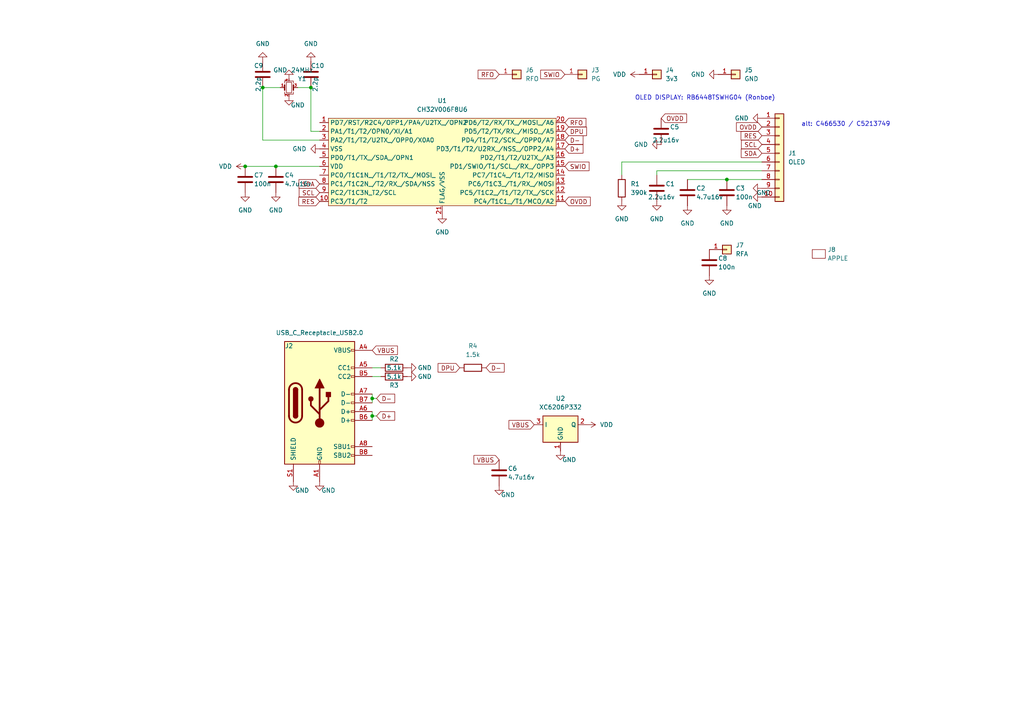
<source format=kicad_sch>
(kicad_sch (version 20230121) (generator eeschema)
  (paper "A4")
  (lib_symbols
    (symbol "Connector:USB_C_Receptacle_USB2.0" (pin_names (offset 1.016))
      (property "Reference" "J" (at -10.16 19.05 0))
      (property "Value" "USB_C_Receptacle_USB2.0" (at 19.05 19.05 0))
      (symbol "USB_C_Receptacle_USB2.0_0_0"
        (rectangle (start -0.254 -17.78) (end 0.254 -16.764))
        (rectangle (start 10.16 -14.986) (end 9.144 -15.494))
        (rectangle (start 10.16 -12.446) (end 9.144 -12.954))
        (rectangle (start 10.16 -4.826) (end 9.144 -5.334))
        (rectangle (start 10.16 -2.286) (end 9.144 -2.794))
        (rectangle (start 10.16 0.254) (end 9.144 -0.254))
        (rectangle (start 10.16 2.794) (end 9.144 2.286))
        (rectangle (start 10.16 7.874) (end 9.144 7.366))
        (rectangle (start 10.16 10.414) (end 9.144 9.906))
        (rectangle (start 10.16 15.494) (end 9.144 14.986))
      )
      (symbol "USB_C_Receptacle_USB2.0_0_1"
        (rectangle (start -10.16 17.78) (end 10.16 -17.78) (stroke (width 0.254)) (fill (type background)))
        (arc (start -8.89 -3.81) (mid -6.985 -5.7067) (end -5.08 -3.81) (stroke (width 0.508)))
        (arc (start -7.62 -3.81) (mid -6.985 -4.4423) (end -6.35 -3.81) (stroke (width 0.254)))
        (arc (start -7.62 -3.81) (mid -6.985 -4.4423) (end -6.35 -3.81) (stroke (width 0.254)) (fill (type outline)))
        (rectangle (start -7.62 -3.81) (end -6.35 3.81) (stroke (width 0.254)) (fill (type outline)))
        (arc (start -6.35 3.81) (mid -6.985 4.4423) (end -7.62 3.81) (stroke (width 0.254)))
        (arc (start -6.35 3.81) (mid -6.985 4.4423) (end -7.62 3.81) (stroke (width 0.254)) (fill (type outline)))
        (arc (start -5.08 3.81) (mid -6.985 5.7067) (end -8.89 3.81) (stroke (width 0.508)))
        (circle (center -2.54 1.143) (radius 0.635) (stroke (width 0.254)) (fill (type outline)))
        (circle (center 0 -5.842) (radius 1.27) (fill (type outline)))
        (polyline (pts (xy -8.89 -3.81) (xy -8.89 3.81)) (stroke (width 0.508)))
        (polyline (pts (xy -5.08 3.81) (xy -5.08 -3.81)) (stroke (width 0.508)))
        (polyline (pts (xy 0 -5.842) (xy 0 4.318)) (stroke (width 0.508)))
        (polyline (pts (xy 0 -3.302) (xy -2.54 -0.762) (xy -2.54 0.508)) (stroke (width 0.508)))
        (polyline (pts (xy 0 -2.032) (xy 2.54 0.508) (xy 2.54 1.778)) (stroke (width 0.508)))
        (polyline (pts (xy -1.27 4.318) (xy 0 6.858) (xy 1.27 4.318) (xy -1.27 4.318)) (stroke (width 0.254)) (fill (type outline)))
        (rectangle (start 1.905 1.778) (end 3.175 3.048) (stroke (width 0.254)) (fill (type outline)))
      )
      (symbol "USB_C_Receptacle_USB2.0_1_1"
        (pin passive line (at 0 -22.86 90) (length 5.08) (name "GND") (number "A1"))
        (pin passive line (at 0 -22.86 90) (length 5.08) hide (name "GND") (number "A12"))
        (pin passive line (at 15.24 15.24 180) (length 5.08) (name "VBUS") (number "A4"))
        (pin bidirectional line (at 15.24 10.16 180) (length 5.08) (name "CC1") (number "A5"))
        (pin bidirectional line (at 15.24 -2.54 180) (length 5.08) (name "D+") (number "A6"))
        (pin bidirectional line (at 15.24 2.54 180) (length 5.08) (name "D-") (number "A7"))
        (pin bidirectional line (at 15.24 -12.7 180) (length 5.08) (name "SBU1") (number "A8"))
        (pin passive line (at 15.24 15.24 180) (length 5.08) hide (name "VBUS") (number "A9"))
        (pin passive line (at 0 -22.86 90) (length 5.08) hide (name "GND") (number "B1"))
        (pin passive line (at 0 -22.86 90) (length 5.08) hide (name "GND") (number "B12"))
        (pin passive line (at 15.24 15.24 180) (length 5.08) hide (name "VBUS") (number "B4"))
        (pin bidirectional line (at 15.24 7.62 180) (length 5.08) (name "CC2") (number "B5"))
        (pin bidirectional line (at 15.24 -5.08 180) (length 5.08) (name "D+") (number "B6"))
        (pin bidirectional line (at 15.24 0 180) (length 5.08) (name "D-") (number "B7"))
        (pin bidirectional line (at 15.24 -15.24 180) (length 5.08) (name "SBU2") (number "B8"))
        (pin passive line (at 15.24 15.24 180) (length 5.08) hide (name "VBUS") (number "B9"))
        (pin passive line (at -7.62 -22.86 90) (length 5.08) (name "SHIELD") (number "S1"))
      )
    )
    (symbol "Connector_Generic:Conn_01x01" (pin_names (offset 1.016) hide)
      (property "Reference" "J" (at 0 2.54 0))
      (property "Value" "Conn_01x01" (at 0 -2.54 0))
      (symbol "Conn_01x01_1_1"
        (rectangle (start -1.27 0.127) (end 0 -0.127) (stroke (width 0.1524)))
        (rectangle (start -1.27 1.27) (end 1.27 -1.27) (stroke (width 0.254)) (fill (type background)))
        (pin passive line (at -5.08 0 0) (length 3.81) (name "Pin_1") (number "1"))
      )
    )
    (symbol "Connector_Generic:Conn_01x10" (pin_names (offset 1.016) hide)
      (property "Reference" "J" (at 0 12.7 0))
      (property "Value" "Conn_01x10" (at 0 -15.24 0))
      (symbol "Conn_01x10_1_1"
        (rectangle (start -1.27 -12.573) (end 0 -12.827) (stroke (width 0.1524)))
        (rectangle (start -1.27 -10.033) (end 0 -10.287) (stroke (width 0.1524)))
        (rectangle (start -1.27 -7.493) (end 0 -7.747) (stroke (width 0.1524)))
        (rectangle (start -1.27 -4.953) (end 0 -5.207) (stroke (width 0.1524)))
        (rectangle (start -1.27 -2.413) (end 0 -2.667) (stroke (width 0.1524)))
        (rectangle (start -1.27 0.127) (end 0 -0.127) (stroke (width 0.1524)))
        (rectangle (start -1.27 2.667) (end 0 2.413) (stroke (width 0.1524)))
        (rectangle (start -1.27 5.207) (end 0 4.953) (stroke (width 0.1524)))
        (rectangle (start -1.27 7.747) (end 0 7.493) (stroke (width 0.1524)))
        (rectangle (start -1.27 10.287) (end 0 10.033) (stroke (width 0.1524)))
        (rectangle (start -1.27 11.43) (end 1.27 -13.97) (stroke (width 0.254)) (fill (type background)))
        (pin passive line (at -5.08 10.16 0) (length 3.81) (name "Pin_1") (number "1"))
        (pin passive line (at -5.08 -12.7 0) (length 3.81) (name "Pin_10") (number "10"))
        (pin passive line (at -5.08 7.62 0) (length 3.81) (name "Pin_2") (number "2"))
        (pin passive line (at -5.08 5.08 0) (length 3.81) (name "Pin_3") (number "3"))
        (pin passive line (at -5.08 2.54 0) (length 3.81) (name "Pin_4") (number "4"))
        (pin passive line (at -5.08 0 0) (length 3.81) (name "Pin_5") (number "5"))
        (pin passive line (at -5.08 -2.54 0) (length 3.81) (name "Pin_6") (number "6"))
        (pin passive line (at -5.08 -5.08 0) (length 3.81) (name "Pin_7") (number "7"))
        (pin passive line (at -5.08 -7.62 0) (length 3.81) (name "Pin_8") (number "8"))
        (pin passive line (at -5.08 -10.16 0) (length 3.81) (name "Pin_9") (number "9"))
      )
    )
    (symbol "Device:C" (pin_numbers hide) (pin_names (offset 0.254))
      (property "Reference" "C" (at 0.635 2.54 0))
      (property "Value" "C" (at 0.635 -2.54 0))
      (symbol "C_0_1"
        (polyline (pts (xy -2.032 -0.762) (xy 2.032 -0.762)) (stroke (width 0.508)))
        (polyline (pts (xy -2.032 0.762) (xy 2.032 0.762)) (stroke (width 0.508)))
      )
      (symbol "C_1_1"
        (pin passive line (at 0 3.81 270) (length 2.794) (name "~") (number "1"))
        (pin passive line (at 0 -3.81 90) (length 2.794) (name "~") (number "2"))
      )
    )
    (symbol "Device:Crystal_GND24_Small" (pin_names (offset 1.016) hide)
      (property "Reference" "Y" (at 1.27 4.445 0))
      (property "Value" "Crystal_GND24_Small" (at 1.27 2.54 0))
      (symbol "Crystal_GND24_Small_0_1"
        (rectangle (start -0.762 -1.524) (end 0.762 1.524))
        (polyline (pts (xy -1.27 -0.762) (xy -1.27 0.762)) (stroke (width 0.381)))
        (polyline (pts (xy 1.27 -0.762) (xy 1.27 0.762)) (stroke (width 0.381)))
        (polyline (pts (xy -1.27 -1.27) (xy -1.27 -1.905) (xy 1.27 -1.905) (xy 1.27 -1.27)))
        (polyline (pts (xy -1.27 1.27) (xy -1.27 1.905) (xy 1.27 1.905) (xy 1.27 1.27)))
      )
      (symbol "Crystal_GND24_Small_1_1"
        (pin passive line (at -2.54 0 0) (length 1.27) (name "1") (number "1"))
        (pin passive line (at 0 -2.54 90) (length 0.635) (name "2") (number "2"))
        (pin passive line (at 2.54 0 180) (length 1.27) (name "3") (number "3"))
        (pin passive line (at 0 2.54 270) (length 0.635) (name "4") (number "4"))
      )
    )
    (symbol "Device:R" (pin_numbers hide) (pin_names (offset 0))
      (property "Reference" "R" (at 2.032 0 90))
      (property "Value" "R" (at 0 0 90))
      (symbol "R_0_1"
        (rectangle (start -1.016 -2.54) (end 1.016 2.54) (stroke (width 0.254)))
      )
      (symbol "R_1_1"
        (pin passive line (at 0 3.81 270) (length 1.27) (name "~") (number "1"))
        (pin passive line (at 0 -3.81 90) (length 1.27) (name "~") (number "2"))
      )
    )
    (symbol "Regulator_Linear:IFX27001TFV26"
      (property "Reference" "U" (at 0 6.35 0))
      (property "Value" "IFX27001TFV26" (at 0 3.81 0))
      (symbol "IFX27001TFV26_1_1"
        (rectangle (start -5.08 2.54) (end 5.08 -5.08) (stroke (width 0.254)) (fill (type background)))
        (pin power_in line (at 0 -7.62 90) (length 2.54) (name "GND") (number "1"))
        (pin power_out line (at 7.62 0 180) (length 2.54) (name "Q") (number "2"))
        (pin power_in line (at -7.62 0 0) (length 2.54) (name "I") (number "3"))
      )
    )
    (symbol "artwork:artwork"
      (property "Reference" "A" (at 0 0 0))
      (property "Value" "artwork" (at 0 2.54 0))
      (symbol "artwork_0_1"
        (rectangle (start -1.905 1.27) (end 1.905 -1.27))
      )
    )
    (symbol "cnhardware:CH32V006F8U6"
      (property "Reference" "U" (at 0 -1.27 0))
      (property "Value" "CH32V006F8U6" (at 2.54 0 0))
      (symbol "CH32V006F8U6_1_1"
        (rectangle (start -33.02 12.7) (end 33.02 -12.7) (fill (type background)))
        (pin bidirectional line (at -35.56 11.43 0) (length 2.54) (name "PD7/RST/R2C4/OPP1/PA4/U2TX_/OPN2") (number "1"))
        (pin bidirectional line (at -35.56 -11.43 0) (length 2.54) (name "PC3/T1/T2") (number "10"))
        (pin bidirectional line (at 35.56 -11.43 180) (length 2.54) (name "PC4/T1C1_/T1/MCO/A2") (number "11"))
        (pin bidirectional line (at 35.56 -8.89 180) (length 2.54) (name "PC5/T1C2_/T1/T2/TX_/SCK") (number "12"))
        (pin bidirectional line (at 35.56 -6.35 180) (length 2.54) (name "PC6/T1C3_/T1/RX_/MOSI") (number "13"))
        (pin bidirectional line (at 35.56 -3.81 180) (length 2.54) (name "PC7/T1C4_/T1/T2/MISO") (number "14"))
        (pin bidirectional line (at 35.56 -1.27 180) (length 2.54) (name "PD1/SWIO/T1/SCL_/RX_/OPP3") (number "15"))
        (pin bidirectional line (at 35.56 1.27 180) (length 2.54) (name "PD2/T1/T2/U2TX_/A3") (number "16"))
        (pin bidirectional line (at 35.56 3.81 180) (length 2.54) (name "PD3/T1/T2/U2RX_/NSS_/OPP2/A4") (number "17"))
        (pin bidirectional line (at 35.56 6.35 180) (length 2.54) (name "PD4/T1/T2/SCK_/OPP0/A7") (number "18"))
        (pin bidirectional line (at 35.56 8.89 180) (length 2.54) (name "PD5/T2/TX/RX_/MISO_/A5") (number "19"))
        (pin bidirectional line (at -35.56 8.89 0) (length 2.54) (name "PA1/T1/T2/OPN0/XI/A1") (number "2"))
        (pin bidirectional line (at 35.56 11.43 180) (length 2.54) (name "PD6/T2/RX/TX_/MOSI_/A6") (number "20"))
        (pin bidirectional line (at 0 -15.24 90) (length 2.54) (name "FLAG/VSS") (number "21"))
        (pin bidirectional line (at -35.56 6.35 0) (length 2.54) (name "PA2/T1/T2/U2TX_/OPP0/X0A0") (number "3"))
        (pin bidirectional line (at -35.56 3.81 0) (length 2.54) (name "VSS") (number "4"))
        (pin bidirectional line (at -35.56 1.27 0) (length 2.54) (name "PD0/T1/TX_/SDA_/OPN1") (number "5"))
        (pin bidirectional line (at -35.56 -1.27 0) (length 2.54) (name "VDD") (number "6"))
        (pin bidirectional line (at -35.56 -3.81 0) (length 2.54) (name "PC0/T1C1N_/T1/T2/TX_/MOSI_") (number "7"))
        (pin bidirectional line (at -35.56 -6.35 0) (length 2.54) (name "PC1/T1C2N_/T2/RX_/SDA/NSS") (number "8"))
        (pin bidirectional line (at -35.56 -8.89 0) (length 2.54) (name "PC2/T1C3N_T2/SCL") (number "9"))
      )
    )
    (symbol "power:GND" (power) (pin_names (offset 0))
      (property "Value" "GND" (at 0 -3.81 0))
      (symbol "GND_0_1"
        (polyline (pts (xy 0 0) (xy 0 -1.27) (xy 1.27 -1.27) (xy 0 -2.54) (xy -1.27 -1.27) (xy 0 -1.27)))
      )
      (symbol "GND_1_1"
        (pin power_in line (at 0 0 270) (length 0) hide (name "GND") (number "1"))
      )
    )
    (symbol "power:VDD" (power) (pin_names (offset 0))
      (property "Value" "VDD" (at 0 3.81 0))
      (symbol "VDD_0_1"
        (polyline (pts (xy -0.762 1.27) (xy 0 2.54)))
        (polyline (pts (xy 0 0) (xy 0 2.54)))
        (polyline (pts (xy 0 2.54) (xy 0.762 1.27)))
      )
      (symbol "VDD_1_1"
        (pin power_in line (at 0 0 90) (length 0) hide (name "VDD") (number "1"))
      )
    )
  )
  (junction (at 80.01 48.26))
  (junction (at 71.12 48.26))
  (junction (at 76.2 25.4))
  (junction (at 90.17 25.4))
  (junction (at 107.95 120.65))
  (junction (at 107.95 115.57))
  (junction (at 210.82 52.07))
  (wire (pts (xy 80.01 48.26) (xy 92.71 48.26)))
  (wire (pts (xy 76.2 40.64) (xy 76.2 25.4)))
  (wire (pts (xy 76.2 25.4) (xy 81.28 25.4)))
  (wire (pts (xy 190.5 49.53) (xy 190.5 50.8)))
  (wire (pts (xy 92.71 40.64) (xy 76.2 40.64)))
  (wire (pts (xy 199.39 52.07) (xy 210.82 52.07)))
  (wire (pts (xy 107.95 109.22) (xy 110.49 109.22)))
  (wire (pts (xy 107.95 106.68) (xy 110.49 106.68)))
  (wire (pts (xy 107.95 120.65) (xy 109.22 120.65)))
  (wire (pts (xy 107.95 119.38) (xy 107.95 120.65)))
  (wire (pts (xy 86.36 25.4) (xy 90.17 25.4)))
  (wire (pts (xy 90.17 25.4) (xy 90.17 38.1)))
  (wire (pts (xy 107.95 120.65) (xy 107.95 121.92)))
  (wire (pts (xy 107.95 115.57) (xy 107.95 116.84)))
  (wire (pts (xy 71.12 48.26) (xy 80.01 48.26)))
  (wire (pts (xy 190.5 49.53) (xy 220.98 49.53)))
  (wire (pts (xy 107.95 115.57) (xy 109.22 115.57)))
  (wire (pts (xy 107.95 114.3) (xy 107.95 115.57)))
  (wire (pts (xy 90.17 38.1) (xy 92.71 38.1)))
  (wire (pts (xy 180.34 46.99) (xy 220.98 46.99)))
  (wire (pts (xy 210.82 52.07) (xy 220.98 52.07)))
  (wire (pts (xy 180.34 46.99) (xy 180.34 50.8)))
  (text "alt: C466530 / C5213749" (at 232.41 36.83 0) (effects (font (size 1.27 1.27)) (justify left bottom)))
  (text "OLED DISPLAY: RB6448TSWHG04 (Ronboe)" (at 184.15 29.21 0) (effects (font (size 1.27 1.27)) (justify left bottom)))
  (global_label "RFO" (shape input) (at 144.78 21.59 180) (property "Intersheetrefs" "${INTERSHEET_REFS}" (effects hide)))
  (global_label "SCL" (shape input) (at 220.98 41.91 180) (property "Intersheetrefs" "${INTERSHEET_REFS}" (effects hide)))
  (global_label "D-" (shape input) (at 140.97 106.68 0) (property "Intersheetrefs" "${INTERSHEET_REFS}" (effects hide)))
  (global_label "VBUS" (shape input) (at 107.95 101.6 0) (property "Intersheetrefs" "${INTERSHEET_REFS}" (effects hide)))
  (global_label "RFO" (shape input) (at 163.83 35.56 0) (property "Intersheetrefs" "${INTERSHEET_REFS}" (effects hide)))
  (global_label "RES" (shape input) (at 220.98 39.37 180) (property "Intersheetrefs" "${INTERSHEET_REFS}" (effects hide)))
  (global_label "OVDD" (shape input) (at 220.98 36.83 180) (property "Intersheetrefs" "${INTERSHEET_REFS}" (effects hide)))
  (global_label "D+" (shape input) (at 163.83 43.18 0) (property "Intersheetrefs" "${INTERSHEET_REFS}" (effects hide)))
  (global_label "D+" (shape input) (at 109.22 120.65 0) (property "Intersheetrefs" "${INTERSHEET_REFS}" (effects hide)))
  (global_label "D-" (shape input) (at 109.22 115.57 0) (property "Intersheetrefs" "${INTERSHEET_REFS}" (effects hide)))
  (global_label "OVDD" (shape input) (at 163.83 58.42 0) (property "Intersheetrefs" "${INTERSHEET_REFS}" (effects hide)))
  (global_label "VBUS" (shape input) (at 144.78 133.35 180) (property "Intersheetrefs" "${INTERSHEET_REFS}" (effects hide)))
  (global_label "DPU" (shape input) (at 163.83 38.1 0) (property "Intersheetrefs" "${INTERSHEET_REFS}" (effects hide)))
  (global_label "SCL" (shape input) (at 92.71 55.88 180) (property "Intersheetrefs" "${INTERSHEET_REFS}" (effects hide)))
  (global_label "D-" (shape input) (at 163.83 40.64 0) (property "Intersheetrefs" "${INTERSHEET_REFS}" (effects hide)))
  (global_label "VBUS" (shape input) (at 154.94 123.19 180) (property "Intersheetrefs" "${INTERSHEET_REFS}" (effects hide)))
  (global_label "OVDD" (shape input) (at 191.77 34.29 0) (property "Intersheetrefs" "${INTERSHEET_REFS}" (effects hide)))
  (global_label "SDA" (shape input) (at 92.71 53.34 180) (property "Intersheetrefs" "${INTERSHEET_REFS}" (effects hide)))
  (global_label "DPU" (shape input) (at 133.35 106.68 180) (property "Intersheetrefs" "${INTERSHEET_REFS}" (effects hide)))
  (global_label "SWIO" (shape input) (at 163.83 21.59 180) (property "Intersheetrefs" "${INTERSHEET_REFS}" (effects hide)))
  (global_label "RES" (shape input) (at 92.71 58.42 180) (property "Intersheetrefs" "${INTERSHEET_REFS}" (effects hide)))
  (global_label "SDA" (shape input) (at 220.98 44.45 180) (property "Intersheetrefs" "${INTERSHEET_REFS}" (effects hide)))
  (global_label "SWIO" (shape input) (at 163.83 48.26 0) (property "Intersheetrefs" "${INTERSHEET_REFS}" (effects hide)))
  (symbol (lib_id "power:GND") (at 83.82 27.94 0) (unit 1)
    (property "Reference" "#PWR022" (effects hide))
    (property "Value" "GND" (at 86.36 30.48 0))
  )
  (symbol (lib_id "Device:C") (at 205.74 76.2 0) (unit 1)
    (property "Reference" "C8" (at 208.28 74.93 0) (effects (justify left)))
    (property "Value" "100n" (at 208.28 77.47 0) (effects (justify left)))
    (property "Footprint" "Capacitor_SMD:C_0402_1005Metric" (effects hide))
    (property "LCSC" "C1525" (effects hide))
  )
  (symbol (lib_id "Connector_Generic:Conn_01x01") (at 210.82 72.39 0) (unit 1)
    (property "Reference" "J7" (at 213.36 71.12 0) (effects (justify left)))
    (property "Value" "RFA" (at 213.36 73.66 0) (effects (justify left)))
    (property "Footprint" "TestPoint:TestPoint_Pad_D1.0mm" (effects hide))
  )
  (symbol (lib_id "power:GND") (at 208.28 21.59 270) (unit 1)
    (property "Reference" "#PWR024" (effects hide))
    (property "Value" "GND" (at 204.47 21.59 90) (effects (justify right)))
  )
  (symbol (lib_id "power:VDD") (at 170.18 123.19 270) (unit 1)
    (property "Reference" "#PWR014" (effects hide))
    (property "Value" "VDD" (at 173.99 123.1899 90) (effects (justify left)))
  )
  (symbol (lib_id "power:GND") (at 80.01 55.88 0) (unit 1)
    (property "Reference" "#PWR03" (effects hide))
    (property "Value" "GND" (at 80.01 60.96 0))
  )
  (symbol (lib_id "Connector_Generic:Conn_01x01") (at 149.86 21.59 0) (unit 1)
    (property "Reference" "J6" (at 152.4 20.32 0) (effects (justify left)))
    (property "Value" "RFO" (at 152.4 22.86 0) (effects (justify left)))
    (property "Footprint" "TestPoint:TestPoint_Pad_D1.0mm" (effects hide))
  )
  (symbol (lib_id "Device:Crystal_GND24_Small") (at 83.82 25.4 0) (unit 1)
    (property "Reference" "Y1" (at 87.63 22.86 0))
    (property "Value" "24MHz" (at 87.63 20.32 0))
    (property "Footprint" "Crystal:Crystal_SMD_2016-4Pin_2.0x1.6mm" (effects hide))
    (property "LCSC" "C2929397" (effects hide))
  )
  (symbol (lib_id "power:GND") (at 162.56 130.81 0) (unit 1)
    (property "Reference" "#PWR013" (effects hide))
    (property "Value" "GND" (at 165.1 133.35 0))
  )
  (symbol (lib_id "Connector_Generic:Conn_01x01") (at 190.5 21.59 0) (unit 1)
    (property "Reference" "J4" (at 193.04 20.32 0) (effects (justify left)))
    (property "Value" "3v3" (at 193.04 22.86 0) (effects (justify left)))
    (property "Footprint" "TestPoint:TestPoint_Pad_D1.0mm" (effects hide))
  )
  (symbol (lib_id "power:VDD") (at 71.12 48.26 90) (unit 1)
    (property "Reference" "#PWR015" (effects hide))
    (property "Value" "VDD" (at 67.31 48.26 90) (effects (justify left)))
  )
  (symbol (lib_id "power:GND") (at 144.78 140.97 0) (unit 1)
    (property "Reference" "#PWR019" (effects hide))
    (property "Value" "GND" (at 147.32 143.51 0))
  )
  (symbol (lib_id "power:VDD") (at 185.42 21.59 90) (unit 1)
    (property "Reference" "#PWR023" (effects hide))
    (property "Value" "VDD" (at 181.61 21.59 90) (effects (justify left)))
  )
  (symbol (lib_id "power:GND") (at 118.11 109.22 90) (unit 1)
    (property "Reference" "#PWR012" (effects hide))
    (property "Value" "GND" (at 123.19 109.22 90))
  )
  (symbol (lib_id "power:GND") (at 180.34 58.42 0) (unit 1)
    (property "Reference" "#PWR08" (effects hide))
    (property "Value" "GND" (at 180.34 63.5 0))
  )
  (symbol (lib_id "Connector_Generic:Conn_01x01") (at 213.36 21.59 0) (unit 1)
    (property "Reference" "J5" (at 215.9 20.32 0) (effects (justify left)))
    (property "Value" "GND" (at 215.9 22.86 0) (effects (justify left)))
    (property "Footprint" "TestPoint:TestPoint_Pad_D1.0mm" (effects hide))
  )
  (symbol (lib_id "Device:R") (at 180.34 54.61 0) (unit 1)
    (property "Reference" "R1" (at 182.88 53.34 0) (effects (justify left)))
    (property "Value" "390k" (at 182.88 55.88 0) (effects (justify left)))
    (property "Footprint" "Resistor_SMD:R_0402_1005Metric" (effects hide))
    (property "LCSC" "C25782" (effects hide))
  )
  (symbol (lib_id "Device:C") (at 199.39 55.88 0) (unit 1)
    (property "Reference" "C2" (at 201.93 54.61 0) (effects (justify left)))
    (property "Value" "4.7u16v" (at 201.93 57.15 0) (effects (justify left)))
    (property "Footprint" "Capacitor_SMD:C_0603_1608Metric" (effects hide))
    (property "LCSC" "C77045" (effects hide))
  )
  (symbol (lib_id "power:GND") (at 205.74 80.01 0) (unit 1)
    (property "Reference" "#PWR025" (effects hide))
    (property "Value" "GND" (at 205.74 85.09 0))
  )
  (symbol (lib_id "Device:C") (at 210.82 55.88 0) (unit 1)
    (property "Reference" "C3" (at 213.36 54.61 0) (effects (justify left)))
    (property "Value" "100n" (at 213.36 57.15 0) (effects (justify left)))
    (property "Footprint" "Capacitor_SMD:C_0402_1005Metric" (effects hide))
    (property "LCSC" "C1525" (effects hide))
  )
  (symbol (lib_id "Device:R") (at 114.3 106.68 90) (unit 1)
    (property "Reference" "R2" (at 114.3 104.14 90))
    (property "Value" "5.1k" (at 114.3 106.68 90))
    (property "Footprint" "Resistor_SMD:R_0402_1005Metric" (effects hide))
    (property "LCSC" "C105872" (effects hide))
  )
  (symbol (lib_id "power:GND") (at 92.71 139.7 0) (unit 1)
    (property "Reference" "#PWR010" (effects hide))
    (property "Value" "GND" (at 95.25 142.24 0))
  )
  (symbol (lib_id "Regulator_Linear:IFX27001TFV26") (at 162.56 123.19 0) (unit 1)
    (property "Reference" "U2" (at 162.56 115.57 0))
    (property "Value" "XC6206P332" (at 162.56 118.11 0))
    (property "Footprint" "Package_TO_SOT_SMD:SOT-23" (effects hide))
    (property "LCSC" "C5446" (effects hide))
  )
  (symbol (lib_id "Device:C") (at 190.5 54.61 0) (unit 1)
    (property "Reference" "C1" (at 193.04 53.34 0) (effects (justify left)))
    (property "Value" "2.2u16v" (at 187.96 57.15 0) (effects (justify left)))
    (property "Footprint" "Capacitor_SMD:C_0402_1005Metric" (effects hide))
    (property "LCSC" "C72203" (effects hide))
  )
  (symbol (lib_id "artwork:artwork") (at 237.49 73.66 0) (unit 1)
    (property "Reference" "J8" (at 240.03 72.3899 0) (effects (justify left)))
    (property "Value" "APPLE" (at 240.03 74.9299 0) (effects (justify left)))
    (property "Footprint" "artwork:apple" (effects hide))
  )
  (symbol (lib_id "power:GND") (at 90.17 17.78 180) (unit 1)
    (property "Reference" "#PWR027" (effects hide))
    (property "Value" "GND" (at 90.17 12.7 0))
  )
  (symbol (lib_id "Device:C") (at 191.77 38.1 0) (unit 1)
    (property "Reference" "C5" (at 194.31 36.83 0) (effects (justify left)))
    (property "Value" "2.2u16v" (at 189.23 40.64 0) (effects (justify left)))
    (property "Footprint" "Capacitor_SMD:C_0402_1005Metric" (effects hide))
    (property "LCSC" "C72203" (effects hide))
  )
  (symbol (lib_id "power:GND") (at 71.12 55.88 0) (unit 1)
    (property "Reference" "#PWR020" (effects hide))
    (property "Value" "GND" (at 71.12 60.96 0))
  )
  (symbol (lib_id "Connector_Generic:Conn_01x10") (at 226.06 44.45 0) (unit 1)
    (property "Reference" "J1" (at 228.6 44.45 0) (effects (justify left)))
    (property "Value" "OLED" (at 228.6 46.99 0) (effects (justify left)))
    (property "Footprint" "fpc:AFC42-S08FMA-1H" (effects hide))
    (property "LCSC" "C466530" (effects hide))
  )
  (symbol (lib_id "power:GND") (at 118.11 106.68 90) (unit 1)
    (property "Reference" "#PWR011" (effects hide))
    (property "Value" "GND" (at 123.19 106.68 90))
  )
  (symbol (lib_id "power:GND") (at 220.98 34.29 270) (unit 1)
    (property "Reference" "#PWR01" (effects hide))
    (property "Value" "GND" (at 217.17 34.29 90) (effects (justify right)))
  )
  (symbol (lib_id "power:GND") (at 191.77 41.91 270) (unit 1)
    (property "Reference" "#PWR016" (effects hide))
    (property "Value" "GND" (at 187.96 41.91 90) (effects (justify right)))
  )
  (symbol (lib_id "Connector_Generic:Conn_01x01") (at 168.91 21.59 0) (unit 1)
    (property "Reference" "J3" (at 171.45 20.32 0) (effects (justify left)))
    (property "Value" "PG" (at 171.45 22.86 0) (effects (justify left)))
    (property "Footprint" "TestPoint:TestPoint_Pad_D1.0mm" (effects hide))
  )
  (symbol (lib_id "Device:C") (at 71.12 52.07 0) (unit 1)
    (property "Reference" "C7" (at 73.66 50.8 0) (effects (justify left)))
    (property "Value" "100n" (at 73.66 53.34 0) (effects (justify left)))
    (property "Footprint" "Capacitor_SMD:C_0402_1005Metric" (effects hide))
    (property "LCSC" "C1525" (effects hide))
  )
  (symbol (lib_id "power:GND") (at 199.39 59.69 0) (unit 1)
    (property "Reference" "#PWR05" (effects hide))
    (property "Value" "GND" (at 199.39 64.77 0))
  )
  (symbol (lib_id "Device:R") (at 137.16 106.68 90) (unit 1)
    (property "Reference" "R4" (at 137.16 100.33 90))
    (property "Value" "1.5k" (at 137.16 102.87 90))
    (property "Footprint" "Resistor_SMD:R_0402_1005Metric" (effects hide))
    (property "LCSC" "C25867" (effects hide))
  )
  (symbol (lib_id "power:GND") (at 85.09 139.7 0) (unit 1)
    (property "Reference" "#PWR09" (effects hide))
    (property "Value" "GND" (at 87.63 142.24 0))
  )
  (symbol (lib_id "Device:C") (at 76.2 21.59 0) (unit 1)
    (property "Reference" "C9" (at 73.66 19.05 0) (effects (justify left)))
    (property "Value" "2.2p" (at 74.93 26.67 90) (effects (justify left)))
    (property "Footprint" "Capacitor_SMD:C_0402_1005Metric" (effects hide))
    (property "LCSC" "C1559" (effects hide))
  )
  (symbol (lib_id "power:GND") (at 92.71 43.18 270) (unit 1)
    (property "Reference" "#PWR04" (effects hide))
    (property "Value" "GND" (at 88.9 43.18 90) (effects (justify right)))
  )
  (symbol (lib_id "power:GND") (at 190.5 58.42 0) (unit 1)
    (property "Reference" "#PWR07" (effects hide))
    (property "Value" "GND" (at 190.5 63.5 0))
  )
  (symbol (lib_id "power:GND") (at 83.82 22.86 180) (unit 1)
    (property "Reference" "#PWR021" (effects hide))
    (property "Value" "GND" (at 81.28 20.32 0))
  )
  (symbol (lib_id "cnhardware:CH32V006F8U6") (at 128.27 46.99 0) (unit 1)
    (property "Reference" "U1" (at 128.27 29.21 0))
    (property "Value" "CH32V006F8U6" (at 128.27 31.75 0))
    (property "Footprint" "Package_DFN_QFN:QFN-20-1EP_3x3mm_P0.4mm_EP1.65x1.65mm" (effects hide))
  )
  (symbol (lib_id "power:GND") (at 220.98 54.61 270) (unit 1)
    (property "Reference" "#PWR017" (effects hide))
    (property "Value" "GND" (at 223.52 55.88 90) (effects (justify right)))
  )
  (symbol (lib_id "Device:C") (at 144.78 137.16 0) (unit 1)
    (property "Reference" "C6" (at 147.32 135.89 0) (effects (justify left)))
    (property "Value" "4.7u16v" (at 147.32 138.43 0) (effects (justify left)))
    (property "Footprint" "Capacitor_SMD:C_0603_1608Metric" (effects hide))
    (property "LCSC" "C77045" (effects hide))
  )
  (symbol (lib_id "Device:R") (at 114.3 109.22 90) (unit 1)
    (property "Reference" "R3" (at 114.3 111.76 90))
    (property "Value" "5.1k" (at 114.3 109.22 90))
    (property "Footprint" "Resistor_SMD:R_0402_1005Metric" (effects hide))
    (property "LCSC" "C105872" (effects hide))
  )
  (symbol (lib_id "power:GND") (at 76.2 17.78 180) (unit 1)
    (property "Reference" "#PWR026" (effects hide))
    (property "Value" "GND" (at 76.2 12.7 0))
  )
  (symbol (lib_id "Connector:USB_C_Receptacle_USB2.0") (at 92.71 116.84 0) (unit 1)
    (property "Reference" "J2" (at 83.82 100.33 0))
    (property "Value" "USB_C_Receptacle_USB2.0" (at 92.71 96.52 0))
    (property "Footprint" "Connector_USB:USB_C_Receptacle_HRO_TYPE-C-31-M-12" (effects hide))
    (property "Datasheet" "https://www.usb.org/sites/default/files/documents/usb_type-c.zip" (effects hide))
    (property "LCSC" "C2765186" (effects hide))
  )
  (symbol (lib_id "Device:C") (at 90.17 21.59 0) (unit 1)
    (property "Reference" "C10" (at 90.17 19.05 0) (effects (justify left)))
    (property "Value" "2.2p" (at 91.44 26.67 90) (effects (justify left)))
    (property "Footprint" "Capacitor_SMD:C_0402_1005Metric" (effects hide))
    (property "LCSC" "C1559" (effects hide))
  )
  (symbol (lib_id "Device:C") (at 80.01 52.07 0) (unit 1)
    (property "Reference" "C4" (at 82.55 50.8 0) (effects (justify left)))
    (property "Value" "4.7u16v" (at 82.55 53.34 0) (effects (justify left)))
    (property "Footprint" "Capacitor_SMD:C_0402_1005Metric" (effects hide))
    (property "LCSC" "C72203" (effects hide))
  )
  (symbol (lib_id "power:GND") (at 220.98 57.15 270) (unit 1)
    (property "Reference" "#PWR018" (effects hide))
    (property "Value" "GND" (at 220.98 59.69 90) (effects (justify right)))
  )
  (symbol (lib_id "power:GND") (at 210.82 59.69 0) (unit 1)
    (property "Reference" "#PWR06" (effects hide))
    (property "Value" "GND" (at 210.82 64.77 0))
  )
  (symbol (lib_id "power:GND") (at 128.27 62.23 0) (unit 1)
    (property "Reference" "#PWR02" (effects hide))
    (property "Value" "GND" (at 128.27 67.31 0))
  )
)
</source>
